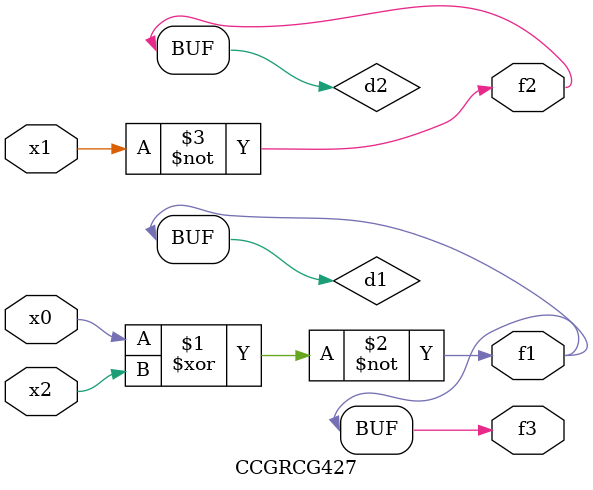
<source format=v>
module CCGRCG427(
	input x0, x1, x2,
	output f1, f2, f3
);

	wire d1, d2, d3;

	xnor (d1, x0, x2);
	nand (d2, x1);
	nor (d3, x1, x2);
	assign f1 = d1;
	assign f2 = d2;
	assign f3 = d1;
endmodule

</source>
